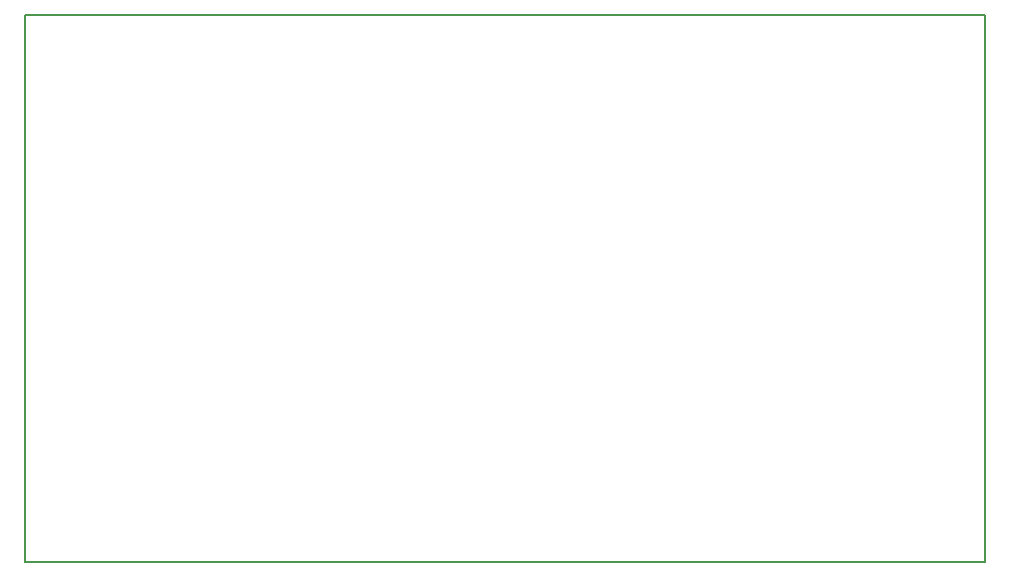
<source format=gbr>
G04 #@! TF.GenerationSoftware,KiCad,Pcbnew,5.0.2-bee76a0~70~ubuntu18.04.1*
G04 #@! TF.CreationDate,2020-04-05T13:34:11+02:00*
G04 #@! TF.ProjectId,APC_Solenoid_exp,4150435f-536f-46c6-956e-6f69645f6578,rev?*
G04 #@! TF.SameCoordinates,Original*
G04 #@! TF.FileFunction,Profile,NP*
%FSLAX46Y46*%
G04 Gerber Fmt 4.6, Leading zero omitted, Abs format (unit mm)*
G04 Created by KiCad (PCBNEW 5.0.2-bee76a0~70~ubuntu18.04.1) date So 05 Apr 2020 13:34:11 CEST*
%MOMM*%
%LPD*%
G01*
G04 APERTURE LIST*
%ADD10C,0.150000*%
G04 APERTURE END LIST*
D10*
X18415000Y-65405000D02*
X18415000Y-19050000D01*
X99695000Y-65405000D02*
X18415000Y-65405000D01*
X99695000Y-19050000D02*
X99695000Y-65405000D01*
X18415000Y-19050000D02*
X99695000Y-19050000D01*
M02*

</source>
